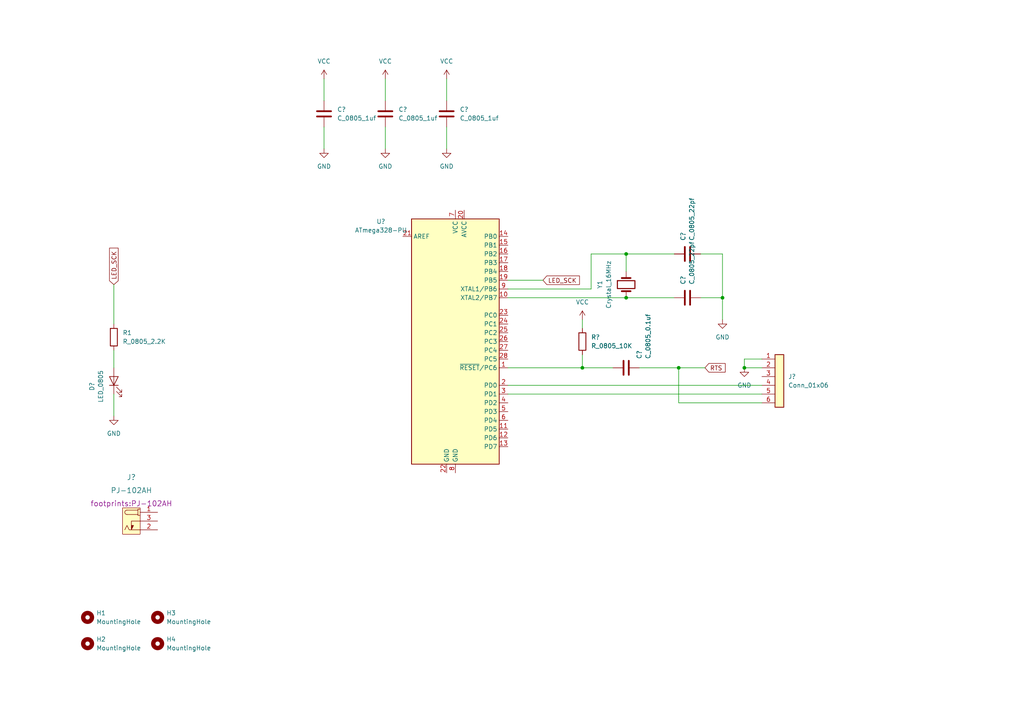
<source format=kicad_sch>
(kicad_sch (version 20211123) (generator eeschema)
  (paper "A4")
  (lib_symbols
    (symbol "HPS:ATmega328-PU"
      (property "Reference" "U" (at -11.43 39.37 0))
      (property "Value" "ATmega328-PU" (at -17.78 38.1 0))
      (symbol "ATmega328-PU_0_1"
        (rectangle (start -12.7 -35.56) (end 12.7 35.56) (stroke (width 0.254)) (fill (type background)))
      )
      (symbol "ATmega328-PU_1_1"
        (pin tri_state line (at 15.24 -7.62 180) (length 2.54) (name "~{RESET}/PC6") (number "1"))
        (pin tri_state line (at 15.24 12.7 180) (length 2.54) (name "XTAL2/PB7") (number "10"))
        (pin tri_state line (at 15.24 -25.4 180) (length 2.54) (name "PD5") (number "11"))
        (pin tri_state line (at 15.24 -27.94 180) (length 2.54) (name "PD6") (number "12"))
        (pin tri_state line (at 15.24 -30.48 180) (length 2.54) (name "PD7") (number "13"))
        (pin tri_state line (at 15.24 30.48 180) (length 2.54) (name "PB0") (number "14"))
        (pin tri_state line (at 15.24 27.94 180) (length 2.54) (name "PB1") (number "15"))
        (pin tri_state line (at 15.24 25.4 180) (length 2.54) (name "PB2") (number "16"))
        (pin tri_state line (at 15.24 22.86 180) (length 2.54) (name "PB3") (number "17"))
        (pin tri_state line (at 15.24 20.32 180) (length 2.54) (name "PB4") (number "18"))
        (pin tri_state line (at 15.24 17.78 180) (length 2.54) (name "PB5") (number "19"))
        (pin tri_state line (at 15.24 -12.7 180) (length 2.54) (name "PD0") (number "2"))
        (pin power_in line (at 2.54 38.1 270) (length 2.54) (name "AVCC") (number "20"))
        (pin passive line (at -15.24 30.48 0) (length 2.54) (name "AREF") (number "21"))
        (pin power_in line (at -2.54 -38.1 90) (length 2.54) (name "GND") (number "22"))
        (pin tri_state line (at 15.24 7.62 180) (length 2.54) (name "PC0") (number "23"))
        (pin tri_state line (at 15.24 5.08 180) (length 2.54) (name "PC1") (number "24"))
        (pin tri_state line (at 15.24 2.54 180) (length 2.54) (name "PC2") (number "25"))
        (pin tri_state line (at 15.24 0 180) (length 2.54) (name "PC3") (number "26"))
        (pin tri_state line (at 15.24 -2.54 180) (length 2.54) (name "PC4") (number "27"))
        (pin tri_state line (at 15.24 -5.08 180) (length 2.54) (name "PC5") (number "28"))
        (pin tri_state line (at 15.24 -15.24 180) (length 2.54) (name "PD1") (number "3"))
        (pin tri_state line (at 15.24 -17.78 180) (length 2.54) (name "PD2") (number "4"))
        (pin tri_state line (at 15.24 -20.32 180) (length 2.54) (name "PD3") (number "5"))
        (pin tri_state line (at 15.24 -22.86 180) (length 2.54) (name "PD4") (number "6"))
        (pin power_in line (at 0 38.1 270) (length 2.54) (name "VCC") (number "7"))
        (pin power_in line (at 0 -38.1 90) (length 2.54) (name "GND") (number "8"))
        (pin tri_state line (at 15.24 15.24 180) (length 2.54) (name "XTAL1/PB6") (number "9"))
      )
    )
    (symbol "HPS:C_0805_0.1uf" (pin_numbers hide) (pin_names (offset 0.254))
      (property "Reference" "C" (at 0.635 2.54 0))
      (property "Value" "C_0805_0.1uf" (at 0.635 -2.54 0))
      (symbol "C_0805_0.1uf_0_1"
        (polyline (pts (xy -2.032 -0.762) (xy 2.032 -0.762)) (stroke (width 0.508)))
        (polyline (pts (xy -2.032 0.762) (xy 2.032 0.762)) (stroke (width 0.508)))
      )
      (symbol "C_0805_0.1uf_1_1"
        (pin passive line (at 0 3.81 270) (length 2.794) (name "~") (number "1"))
        (pin passive line (at 0 -3.81 90) (length 2.794) (name "~") (number "2"))
      )
    )
    (symbol "HPS:C_0805_1uf" (pin_numbers hide) (pin_names (offset 0.254))
      (property "Reference" "C" (at 0.635 2.54 0))
      (property "Value" "C_0805_1uf" (at 0.635 -2.54 0))
      (symbol "C_0805_1uf_0_1"
        (polyline (pts (xy -2.032 -0.762) (xy 2.032 -0.762)) (stroke (width 0.508)))
        (polyline (pts (xy -2.032 0.762) (xy 2.032 0.762)) (stroke (width 0.508)))
      )
      (symbol "C_0805_1uf_1_1"
        (pin passive line (at 0 3.81 270) (length 2.794) (name "~") (number "1"))
        (pin passive line (at 0 -3.81 90) (length 2.794) (name "~") (number "2"))
      )
    )
    (symbol "HPS:C_0805_22pf" (pin_numbers hide) (pin_names (offset 0.254))
      (property "Reference" "C" (at 0.635 2.54 0))
      (property "Value" "C_0805_22pf" (at 0.635 -2.54 0))
      (symbol "C_0805_22pf_0_1"
        (polyline (pts (xy -2.032 -0.762) (xy 2.032 -0.762)) (stroke (width 0.508)))
        (polyline (pts (xy -2.032 0.762) (xy 2.032 0.762)) (stroke (width 0.508)))
      )
      (symbol "C_0805_22pf_1_1"
        (pin passive line (at 0 3.81 270) (length 2.794) (name "~") (number "1"))
        (pin passive line (at 0 -3.81 90) (length 2.794) (name "~") (number "2"))
      )
    )
    (symbol "HPS:Conn_01x06" (pin_names (offset 1.016) hide)
      (property "Reference" "J" (at 0 7.62 0))
      (property "Value" "Conn_01x06" (at 0 -10.16 0))
      (symbol "Conn_01x06_1_1"
        (rectangle (start -1.27 6.35) (end 1.27 -8.89) (stroke (width 0.254)) (fill (type background)))
        (pin passive line (at -5.08 5.08 0) (length 3.81) (name "Pin_1") (number "1"))
        (pin passive line (at -5.08 2.54 0) (length 3.81) (name "Pin_2") (number "2"))
        (pin passive line (at -5.08 0 0) (length 3.81) (name "Pin_3") (number "3"))
        (pin passive line (at -5.08 -2.54 0) (length 3.81) (name "Pin_4") (number "4"))
        (pin passive line (at -5.08 -5.08 0) (length 3.81) (name "Pin_5") (number "5"))
        (pin passive line (at -5.08 -7.62 0) (length 3.81) (name "Pin_6") (number "6"))
      )
    )
    (symbol "HPS:Crystal_16MHz" (pin_numbers hide) (pin_names (offset 1.016) hide)
      (property "Reference" "Y" (at 0 3.81 0))
      (property "Value" "Crystal_16MHz" (at 0 -3.81 0))
      (symbol "Crystal_16MHz_0_1"
        (rectangle (start -1.143 2.54) (end 1.143 -2.54) (stroke (width 0.3048)))
        (polyline (pts (xy -2.54 0) (xy -1.905 0)))
        (polyline (pts (xy -1.905 -1.27) (xy -1.905 1.27)) (stroke (width 0.508)))
        (polyline (pts (xy 1.905 -1.27) (xy 1.905 1.27)) (stroke (width 0.508)))
        (polyline (pts (xy 2.54 0) (xy 1.905 0)))
      )
      (symbol "Crystal_16MHz_1_1"
        (pin passive line (at -3.81 0 0) (length 1.27) (name "1") (number "1"))
        (pin passive line (at 3.81 0 180) (length 1.27) (name "2") (number "2"))
      )
    )
    (symbol "HPS:GND" (power) (pin_names (offset 0))
      (property "Value" "GND" (at 0 -3.81 0))
      (symbol "GND_0_1"
        (polyline (pts (xy 0 0) (xy 0 -1.27) (xy 1.27 -1.27) (xy 0 -2.54) (xy -1.27 -1.27) (xy 0 -1.27)))
      )
      (symbol "GND_1_1"
        (pin power_in line (at 0 0 270) (length 0) hide (name "GND") (number "1"))
      )
    )
    (symbol "HPS:LED_0805" (pin_numbers hide) (pin_names (offset 1.016) hide)
      (property "Reference" "D" (at 0 2.54 0))
      (property "Value" "LED_0805" (at 0 -2.54 0))
      (symbol "LED_0805_0_1"
        (polyline (pts (xy -1.27 -1.27) (xy -1.27 1.27)) (stroke (width 0.2032)))
        (polyline (pts (xy -1.27 0) (xy 1.27 0)))
        (polyline (pts (xy 1.27 -1.27) (xy 1.27 1.27) (xy -1.27 0) (xy 1.27 -1.27)) (stroke (width 0.2032)))
        (polyline (pts (xy -3.048 -0.762) (xy -4.572 -2.286) (xy -3.81 -2.286) (xy -4.572 -2.286) (xy -4.572 -1.524)))
        (polyline (pts (xy -1.778 -0.762) (xy -3.302 -2.286) (xy -2.54 -2.286) (xy -3.302 -2.286) (xy -3.302 -1.524)))
      )
      (symbol "LED_0805_1_1"
        (pin passive line (at -3.81 0 0) (length 2.54) (name "K") (number "1"))
        (pin passive line (at 3.81 0 180) (length 2.54) (name "A") (number "2"))
      )
    )
    (symbol "HPS:MountingHole" (pin_names (offset 1.016))
      (property "Reference" "H" (at 0 5.08 0))
      (property "Value" "MountingHole" (at 0 3.175 0))
      (symbol "MountingHole_0_1"
        (circle (center 0 0) (radius 1.27) (stroke (width 1.27)))
      )
    )
    (symbol "HPS:PJ-102AH" (pin_names (offset 1.016) hide)
      (property "Reference" "J" (at -2.54 5.08 0))
      (property "Value" "PJ-102AH" (at 0 -5.334 0))
      (property "Footprint" "footprints:PJ-102AH" (at 0 -7.874 0))
      (symbol "PJ-102AH_0_1"
        (arc (start -3.81 3.175) (mid -4.445 2.54) (end -3.81 1.905))
        (polyline (pts (xy -0.635 1.905) (xy -3.81 1.905)))
        (polyline (pts (xy -0.635 1.905) (xy -0.635 3.175)))
        (polyline (pts (xy -0.635 3.175) (xy -3.81 3.175)))
        (polyline (pts (xy -2.54 -1.27) (xy -2.54 0) (xy 0 0)))
        (polyline (pts (xy -0.635 1.905) (xy -0.635 1.651) (xy 0 1.651)))
        (polyline (pts (xy -0.635 3.175) (xy -0.635 3.429) (xy 0 3.429)))
        (polyline (pts (xy -2.54 -2.54) (xy -1.905 -1.27) (xy -2.54 -1.27) (xy -2.54 -2.54)) (fill (type outline)))
        (polyline (pts (xy 0 -2.54) (xy -3.175 -2.54) (xy -3.81 -1.27) (xy -4.445 -2.54)))
        (rectangle (start 0 3.81) (end -5.08 -3.81) (fill (type background)))
      )
      (symbol "PJ-102AH_1_1"
        (pin passive line (at 5.08 2.54 180) (length 5.08) (name "POLE") (number "1"))
        (pin passive line (at 5.08 -2.54 180) (length 5.08) (name "OUT") (number "2"))
        (pin passive line (at 5.08 0 180) (length 5.08) (name "OUT") (number "3"))
      )
    )
    (symbol "HPS:R_0805_10K" (pin_numbers hide) (pin_names (offset 0))
      (property "Reference" "R" (at 2.032 0 90))
      (property "Value" "R_0805_10K" (at -2.54 0 90))
      (symbol "R_0805_10K_0_1"
        (rectangle (start -1.016 -2.54) (end 1.016 2.54) (stroke (width 0.254)))
      )
      (symbol "R_0805_10K_1_1"
        (pin passive line (at 0 3.81 270) (length 1.27) (name "~") (number "1"))
        (pin passive line (at 0 -3.81 90) (length 1.27) (name "~") (number "2"))
      )
    )
    (symbol "HPS:R_0805_2.2K" (pin_numbers hide) (pin_names (offset 0))
      (property "Reference" "R" (at 2.032 0 90))
      (property "Value" "R_0805_2.2K" (at -2.54 0 90))
      (symbol "R_0805_2.2K_0_1"
        (rectangle (start -1.016 -2.54) (end 1.016 2.54) (stroke (width 0.254)))
      )
      (symbol "R_0805_2.2K_1_1"
        (pin passive line (at 0 3.81 270) (length 1.27) (name "~") (number "1"))
        (pin passive line (at 0 -3.81 90) (length 1.27) (name "~") (number "2"))
      )
    )
    (symbol "HPS:VCC" (power) (pin_names (offset 0))
      (property "Value" "VCC" (at 0 3.81 0))
      (symbol "VCC_0_1"
        (polyline (pts (xy -0.762 1.27) (xy 0 2.54)))
        (polyline (pts (xy 0 0) (xy 0 2.54)))
        (polyline (pts (xy 0 2.54) (xy 0.762 1.27)))
      )
      (symbol "VCC_1_1"
        (pin power_in line (at 0 0 90) (length 0) hide (name "VCC") (number "1"))
      )
    )
  )
  (junction (at 181.61 73.66))
  (junction (at 196.85 106.68))
  (junction (at 181.61 86.36))
  (junction (at 168.91 106.68))
  (junction (at 209.55 86.36))
  (junction (at 215.9 106.68))
  (wire (pts (xy 196.85 116.84) (xy 220.98 116.84)))
  (wire (pts (xy 215.9 104.14) (xy 215.9 106.68)))
  (wire (pts (xy 147.32 86.36) (xy 181.61 86.36)))
  (wire (pts (xy 196.85 106.68) (xy 196.85 116.84)))
  (wire (pts (xy 168.91 102.87) (xy 168.91 106.68)))
  (wire (pts (xy 196.85 106.68) (xy 204.47 106.68)))
  (wire (pts (xy 185.42 106.68) (xy 196.85 106.68)))
  (wire (pts (xy 203.2 73.66) (xy 209.55 73.66)))
  (wire (pts (xy 209.55 73.66) (xy 209.55 86.36)))
  (wire (pts (xy 93.98 36.83) (xy 93.98 43.18)))
  (wire (pts (xy 171.45 73.66) (xy 181.61 73.66)))
  (wire (pts (xy 147.32 81.28) (xy 157.48 81.28)))
  (wire (pts (xy 181.61 86.36) (xy 195.58 86.36)))
  (wire (pts (xy 93.98 22.86) (xy 93.98 29.21)))
  (wire (pts (xy 147.32 106.68) (xy 168.91 106.68)))
  (wire (pts (xy 209.55 86.36) (xy 209.55 92.71)))
  (wire (pts (xy 181.61 73.66) (xy 195.58 73.66)))
  (wire (pts (xy 129.54 22.86) (xy 129.54 29.21)))
  (wire (pts (xy 215.9 106.68) (xy 220.98 106.68)))
  (wire (pts (xy 147.32 83.82) (xy 171.45 83.82)))
  (wire (pts (xy 168.91 92.71) (xy 168.91 95.25)))
  (wire (pts (xy 129.54 36.83) (xy 129.54 43.18)))
  (wire (pts (xy 220.98 104.14) (xy 215.9 104.14)))
  (wire (pts (xy 171.45 83.82) (xy 171.45 73.66)))
  (wire (pts (xy 147.32 111.76) (xy 220.98 111.76)))
  (wire (pts (xy 33.02 114.3) (xy 33.02 120.65)))
  (wire (pts (xy 147.32 114.3) (xy 220.98 114.3)))
  (wire (pts (xy 181.61 73.66) (xy 181.61 78.74)))
  (wire (pts (xy 33.02 101.6) (xy 33.02 106.68)))
  (wire (pts (xy 168.91 106.68) (xy 177.8 106.68)))
  (wire (pts (xy 111.76 22.86) (xy 111.76 29.21)))
  (wire (pts (xy 203.2 86.36) (xy 209.55 86.36)))
  (wire (pts (xy 33.02 82.55) (xy 33.02 93.98)))
  (wire (pts (xy 111.76 36.83) (xy 111.76 43.18)))
  (global_label "LED_SCK" (shape input) (at 33.02 82.55 90) (property "插入图纸页参考" "${INTERSHEET_REFS}" (effects hide)))
  (global_label "RTS" (shape input) (at 204.47 106.68 0) (property "插入图纸页参考" "${INTERSHEET_REFS}" (effects hide)))
  (global_label "LED_SCK" (shape input) (at 157.48 81.28 0) (property "插入图纸页参考" "${INTERSHEET_REFS}" (effects hide)))
  (symbol (lib_id "HPS:GND") (at 129.54 43.18 0) (unit 1)
    (property "Reference" "#PWR?" (effects hide))
    (property "Value" "GND" (at 129.54 48.26 0))
  )
  (symbol (lib_id "HPS:MountingHole") (at 45.72 179.07 0) (unit 1)
    (property "Reference" "H3" (at 48.26 177.7999 0) (effects (justify left)))
    (property "Value" "MountingHole" (at 48.26 180.3399 0) (effects (justify left)))
    (property "Footprint" "footprints:MountingHole_3.2mm_M3" (effects hide))
  )
  (symbol (lib_id "HPS:MountingHole") (at 25.4 179.07 0) (unit 1)
    (property "Reference" "H1" (at 27.94 177.7999 0) (effects (justify left)))
    (property "Value" "MountingHole" (at 27.94 180.3399 0) (effects (justify left)))
    (property "Footprint" "footprints:MountingHole_3.2mm_M3" (effects hide))
  )
  (symbol (lib_id "HPS:PJ-102AH") (at 40.64 151.13 0) (unit 1)
    (property "Reference" "J?" (at 38.1 138.43 0) (effects (font (size 1.524 1.524))))
    (property "Value" "PJ-102AH" (at 38.1 142.24 0) (effects (font (size 1.524 1.524))))
    (property "Footprint" "footprints:PJ-102AH" (at 38.1 146.05 0) (effects (font (size 1.524 1.524))))
    (property "Datasheet" "https://www.cuidevices.com/product/resource/pj-102ah.pdf" (effects hide))
    (property "MFG" "CUI Devices" (effects hide))
    (property "MPN" "PJ-102AH" (effects hide))
    (property "Digikey PN" "CP-102AH-ND" (effects hide))
    (property "Mouser PN" "490-PJ-102AH" (effects hide))
  )
  (symbol (lib_id "HPS:GND") (at 33.02 120.65 0) (unit 1)
    (property "Reference" "#PWR?" (effects hide))
    (property "Value" "GND" (at 33.02 125.73 0))
  )
  (symbol (lib_id "HPS:LED_0805") (at 33.02 110.49 90) (unit 1)
    (property "Reference" "D?" (at 26.67 112.0902 0))
    (property "Value" "LED_0805" (at 29.21 112.0902 0))
    (property "Footprint" "footprints:LED_0805_2012Metric" (effects hide))
    (property "Datasheet" "https://www.we-online.de/katalog/datasheet/150080RS75000.pdf" (effects hide))
    (property "MFG" "Würth Elektronik" (effects hide))
    (property "MPN" "150080RS75000" (effects hide))
    (property "Digikey PN" "732-4984-1-ND" (effects hide))
    (property "Mouser PN" "N/A" (effects hide))
  )
  (symbol (lib_id "HPS:ATmega328-PU") (at 132.08 99.06 0) (unit 1)
    (property "Reference" "U?" (at 110.49 64.2493 0))
    (property "Value" "ATmega328-PU" (at 110.49 66.7893 0))
    (property "Footprint" "footprints:DIP-28_W7.62mm" (effects hide))
    (property "Datasheet" "http://www.microchip.com/mymicrochip/filehandler.aspx?ddocname=en608326" (effects hide))
    (property "MFG" "On Shore Technology Inc." (effects hide))
    (property "MPN" "ED281DT" (effects hide))
    (property "Digikey PN" "ED3050-5-ND" (effects hide))
    (property "Mouser PN" "N/A" (effects hide))
  )
  (symbol (lib_id "HPS:GND") (at 111.76 43.18 0) (unit 1)
    (property "Reference" "#PWR?" (effects hide))
    (property "Value" "GND" (at 111.76 48.26 0))
  )
  (symbol (lib_id "HPS:GND") (at 215.9 106.68 0) (unit 1)
    (property "Reference" "#PWR?" (effects hide))
    (property "Value" "GND" (at 215.9 111.76 0))
  )
  (symbol (lib_id "HPS:VCC") (at 111.76 22.86 0) (unit 1)
    (property "Reference" "#PWR?" (effects hide))
    (property "Value" "VCC" (at 111.76 17.78 0))
  )
  (symbol (lib_id "HPS:VCC") (at 93.98 22.86 0) (unit 1)
    (property "Reference" "#PWR?" (effects hide))
    (property "Value" "VCC" (at 93.98 17.78 0))
  )
  (symbol (lib_id "HPS:R_0805_2.2K") (at 33.02 97.79 0) (unit 1)
    (property "Reference" "R1" (at 35.56 96.5199 0) (effects (justify left)))
    (property "Value" "R_0805_2.2K" (at 35.56 99.0599 0) (effects (justify left)))
    (property "Footprint" "footprints:R_0805_2012Metric" (effects hide))
    (property "Datasheet" "https://www.digikey.com/en/products/detail/yageo/RC0805FR-072K2L/727676" (effects hide))
    (property "MFG" "N/A" (effects hide))
    (property "MPN" "N/A" (effects hide))
    (property "Digikey PN" "311-2.20KCRCT-ND" (effects hide))
    (property "Mouser PN" "N/A" (effects hide))
    (property "Power" "N/A" (effects hide))
    (property "Tolerance" "N/A" (effects hide))
  )
  (symbol (lib_id "HPS:C_0805_22pf") (at 199.39 73.66 90) (unit 1)
    (property "Reference" "C?" (at 198.1199 69.85 0) (effects (justify left)))
    (property "Value" "C_0805_22pf" (at 200.6599 69.85 0) (effects (justify left)))
    (property "Footprint" "footprints:C_0805_2012Metric" (effects hide))
    (property "Datasheet" "https://www.yageo.com/upload/media/product/productsearch/datasheet/mlcc/UPY-GP_NP0_16V-to-50V_18.pdf" (effects hide))
    (property "MFG" "Yageo" (effects hide))
    (property "MPN" "CC0805JRNPO9BN220" (effects hide))
    (property "Digikey PN" "311-1103-1-ND" (effects hide))
    (property "Mouser PN" "N/A" (effects hide))
    (property "Voltage" "N/A" (effects hide))
    (property "Dielectric" "N/A" (effects hide))
    (property "Tolerance" "N/A" (effects hide))
  )
  (symbol (lib_id "HPS:Crystal_16MHz") (at 181.61 82.55 90) (unit 1)
    (property "Reference" "Y1" (at 173.99 82.55 0))
    (property "Value" "Crystal_16MHz" (at 176.53 82.55 0))
    (property "Footprint" "footprints:Crystal_SMD_HC49-SD" (effects hide))
    (property "Datasheet" "https://ecsxtal.com/store/pdf/csm-7x-dn.pdf" (effects hide))
    (property "MFG" "ECS Inc." (effects hide))
    (property "MPN" "ECS-160-20-5PXDN-TR" (effects hide))
    (property "Digikey PN" "XC1299CT-ND" (effects hide))
    (property "Mouser PN" "N/A" (effects hide))
  )
  (symbol (lib_id "HPS:C_0805_22pf") (at 199.39 86.36 90) (unit 1)
    (property "Reference" "C?" (at 198.1199 82.55 0) (effects (justify left)))
    (property "Value" "C_0805_22pf" (at 200.6599 82.55 0) (effects (justify left)))
    (property "Footprint" "footprints:C_0805_2012Metric" (effects hide))
    (property "Datasheet" "https://www.yageo.com/upload/media/product/productsearch/datasheet/mlcc/UPY-GP_NP0_16V-to-50V_18.pdf" (effects hide))
    (property "MFG" "Yageo" (effects hide))
    (property "MPN" "CC0805JRNPO9BN220" (effects hide))
    (property "Digikey PN" "311-1103-1-ND" (effects hide))
    (property "Mouser PN" "N/A" (effects hide))
    (property "Voltage" "N/A" (effects hide))
    (property "Dielectric" "N/A" (effects hide))
    (property "Tolerance" "N/A" (effects hide))
  )
  (symbol (lib_id "HPS:MountingHole") (at 25.4 186.69 0) (unit 1)
    (property "Reference" "H2" (at 27.94 185.4199 0) (effects (justify left)))
    (property "Value" "MountingHole" (at 27.94 187.9599 0) (effects (justify left)))
    (property "Footprint" "footprints:MountingHole_3.2mm_M3" (effects hide))
  )
  (symbol (lib_id "HPS:Conn_01x06") (at 226.06 109.22 0) (unit 1)
    (property "Reference" "J?" (at 228.6 109.2199 0) (effects (justify left)))
    (property "Value" "Conn_01x06" (at 228.6 111.7599 0) (effects (justify left)))
    (property "Footprint" "footprints:PinHeader_1x06_P2.54mm_Vertical" (effects hide))
    (property "Datasheet" "https://www.we-online.de/katalog/datasheet/6130xx11121.pdf" (effects hide))
    (property "MFG" "Würth Elektronik" (effects hide))
    (property "MPN" "61300611121" (effects hide))
    (property "Digikey PN" "732-5319-ND" (effects hide))
    (property "Mouser PN" "N/A" (effects hide))
  )
  (symbol (lib_id "HPS:VCC") (at 129.54 22.86 0) (unit 1)
    (property "Reference" "#PWR?" (effects hide))
    (property "Value" "VCC" (at 129.54 17.78 0))
  )
  (symbol (lib_id "HPS:C_0805_1uf") (at 129.54 33.02 0) (unit 1)
    (property "Reference" "C?" (at 133.35 31.7499 0) (effects (justify left)))
    (property "Value" "C_0805_1uf" (at 133.35 34.2899 0) (effects (justify left)))
    (property "Footprint" "footprints:C_0805_2012Metric" (effects hide))
    (property "Datasheet" "https://www.yageo.com/upload/media/product/productsearch/datasheet/mlcc/UPY-GPHC_X7R_6.3V-to-50V_18.pdf" (effects hide))
    (property "MFG" "Yageo" (effects hide))
    (property "MPN" "CC0805KKX7R8BB105" (effects hide))
    (property "Digikey PN" "311-1456-1-ND" (effects hide))
    (property "Mouser PN" "N/A" (effects hide))
    (property "Voltage" "N/A" (effects hide))
    (property "Dielectric" "N/A" (effects hide))
    (property "Tolerance" "N/A" (effects hide))
  )
  (symbol (lib_id "HPS:GND") (at 93.98 43.18 0) (unit 1)
    (property "Reference" "#PWR?" (effects hide))
    (property "Value" "GND" (at 93.98 48.26 0))
  )
  (symbol (lib_id "HPS:C_0805_1uf") (at 93.98 33.02 0) (unit 1)
    (property "Reference" "C?" (at 97.79 31.7499 0) (effects (justify left)))
    (property "Value" "C_0805_1uf" (at 97.79 34.2899 0) (effects (justify left)))
    (property "Footprint" "footprints:C_0805_2012Metric" (effects hide))
    (property "Datasheet" "https://www.yageo.com/upload/media/product/productsearch/datasheet/mlcc/UPY-GPHC_X7R_6.3V-to-50V_18.pdf" (effects hide))
    (property "MFG" "Yageo" (effects hide))
    (property "MPN" "CC0805KKX7R8BB105" (effects hide))
    (property "Digikey PN" "311-1456-1-ND" (effects hide))
    (property "Mouser PN" "N/A" (effects hide))
    (property "Voltage" "N/A" (effects hide))
    (property "Dielectric" "N/A" (effects hide))
    (property "Tolerance" "N/A" (effects hide))
  )
  (symbol (lib_id "HPS:VCC") (at 168.91 92.71 0) (unit 1)
    (property "Reference" "#PWR?" (effects hide))
    (property "Value" "VCC" (at 168.91 87.63 0))
  )
  (symbol (lib_id "HPS:C_0805_0.1uf") (at 181.61 106.68 90) (unit 1)
    (property "Reference" "C?" (at 185.42 104.14 0) (effects (justify left)))
    (property "Value" "C_0805_0.1uf" (at 187.96 104.14 0) (effects (justify left)))
    (property "Footprint" "footprints:C_0805_2012Metric" (effects hide))
    (property "Datasheet" "https://datasheets.avx.com/X7RDielectric.pdf" (effects hide))
    (property "MFG" "AVX Corporation" (effects hide))
    (property "MPN" "08055C104KAT2A" (effects hide))
    (property "Digikey PN" "478-1395-1-ND" (effects hide))
    (property "Mouser PN" "N/A" (effects hide))
    (property "Voltage" "N/A" (effects hide))
    (property "Dielectric" "N/A" (effects hide))
    (property "Tolerance" "N/A" (effects hide))
  )
  (symbol (lib_id "HPS:C_0805_1uf") (at 111.76 33.02 0) (unit 1)
    (property "Reference" "C?" (at 115.57 31.7499 0) (effects (justify left)))
    (property "Value" "C_0805_1uf" (at 115.57 34.2899 0) (effects (justify left)))
    (property "Footprint" "footprints:C_0805_2012Metric" (effects hide))
    (property "Datasheet" "https://www.yageo.com/upload/media/product/productsearch/datasheet/mlcc/UPY-GPHC_X7R_6.3V-to-50V_18.pdf" (effects hide))
    (property "MFG" "Yageo" (effects hide))
    (property "MPN" "CC0805KKX7R8BB105" (effects hide))
    (property "Digikey PN" "311-1456-1-ND" (effects hide))
    (property "Mouser PN" "N/A" (effects hide))
    (property "Voltage" "N/A" (effects hide))
    (property "Dielectric" "N/A" (effects hide))
    (property "Tolerance" "N/A" (effects hide))
  )
  (symbol (lib_id "HPS:GND") (at 209.55 92.71 0) (unit 1)
    (property "Reference" "#PWR?" (effects hide))
    (property "Value" "GND" (at 209.55 97.79 0))
  )
  (symbol (lib_id "HPS:R_0805_10K") (at 168.91 99.06 0) (unit 1)
    (property "Reference" "R?" (at 171.45 97.7899 0) (effects (justify left)))
    (property "Value" "R_0805_10K" (at 171.45 100.3299 0) (effects (justify left)))
    (property "Footprint" "footprints:R_0805_2012Metric" (effects hide))
    (property "Datasheet" "https://www.digikey.com/en/products/detail/yageo/RC0805FR-0710KL/727535" (effects hide))
    (property "MFG" "Yageo" (effects hide))
    (property "MPN" "RC0805FR-0710KL" (effects hide))
    (property "Digikey PN" "311-10.0KCRCT-ND" (effects hide))
    (property "Mouser PN" "N/A" (effects hide))
    (property "Power" "N/A" (effects hide))
    (property "Tolerance" "N/A" (effects hide))
  )
  (symbol (lib_id "HPS:MountingHole") (at 45.72 186.69 0) (unit 1)
    (property "Reference" "H4" (at 48.26 185.4199 0) (effects (justify left)))
    (property "Value" "MountingHole" (at 48.26 187.9599 0) (effects (justify left)))
    (property "Footprint" "footprints:MountingHole_3.2mm_M3" (effects hide))
  )
)
</source>
